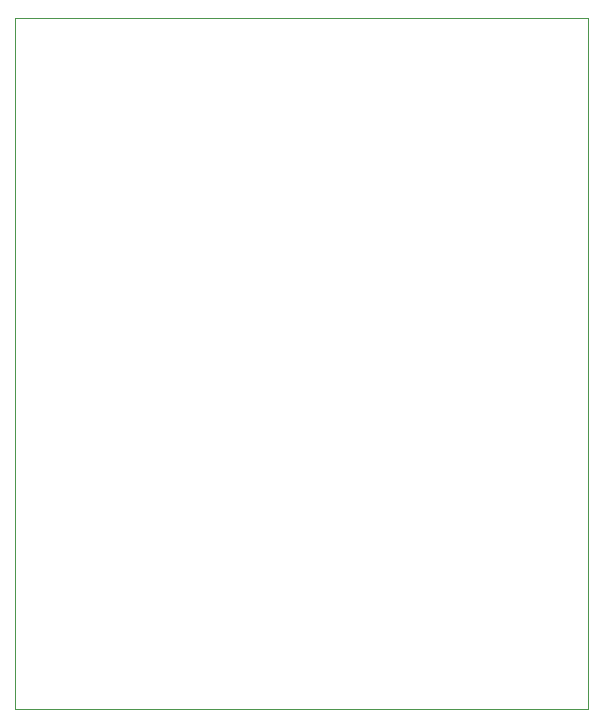
<source format=gbr>
%TF.GenerationSoftware,KiCad,Pcbnew,7.0.6*%
%TF.CreationDate,2024-04-09T21:05:34+03:00*%
%TF.ProjectId,ecu-emulator,6563752d-656d-4756-9c61-746f722e6b69,rev?*%
%TF.SameCoordinates,Original*%
%TF.FileFunction,Profile,NP*%
%FSLAX46Y46*%
G04 Gerber Fmt 4.6, Leading zero omitted, Abs format (unit mm)*
G04 Created by KiCad (PCBNEW 7.0.6) date 2024-04-09 21:05:34*
%MOMM*%
%LPD*%
G01*
G04 APERTURE LIST*
%TA.AperFunction,Profile*%
%ADD10C,0.100000*%
%TD*%
G04 APERTURE END LIST*
D10*
X159500000Y-108000000D02*
X111000000Y-108000000D01*
X111000000Y-49500000D01*
X159500000Y-49500000D01*
X159500000Y-108000000D01*
M02*

</source>
